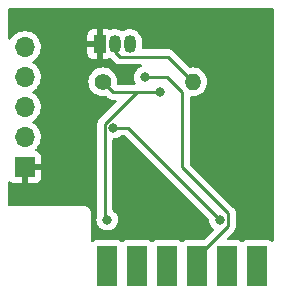
<source format=gbr>
%TF.GenerationSoftware,KiCad,Pcbnew,(6.0.1)*%
%TF.CreationDate,2022-02-07T09:31:49-05:00*%
%TF.ProjectId,hitsmodule,68697473-6d6f-4647-956c-652e6b696361,rev?*%
%TF.SameCoordinates,Original*%
%TF.FileFunction,Copper,L2,Bot*%
%TF.FilePolarity,Positive*%
%FSLAX46Y46*%
G04 Gerber Fmt 4.6, Leading zero omitted, Abs format (unit mm)*
G04 Created by KiCad (PCBNEW (6.0.1)) date 2022-02-07 09:31:49*
%MOMM*%
%LPD*%
G01*
G04 APERTURE LIST*
%TA.AperFunction,ComponentPad*%
%ADD10R,1.700000X3.390000*%
%TD*%
%TA.AperFunction,ComponentPad*%
%ADD11C,1.400000*%
%TD*%
%TA.AperFunction,ComponentPad*%
%ADD12O,1.400000X1.400000*%
%TD*%
%TA.AperFunction,ComponentPad*%
%ADD13R,1.700000X1.700000*%
%TD*%
%TA.AperFunction,ComponentPad*%
%ADD14O,1.700000X1.700000*%
%TD*%
%TA.AperFunction,ComponentPad*%
%ADD15R,1.050000X1.500000*%
%TD*%
%TA.AperFunction,ComponentPad*%
%ADD16O,1.050000X1.500000*%
%TD*%
%TA.AperFunction,ViaPad*%
%ADD17C,0.800000*%
%TD*%
%TA.AperFunction,Conductor*%
%ADD18C,0.250000*%
%TD*%
G04 APERTURE END LIST*
D10*
%TO.P,J2,6,Pin_6*%
%TO.N,OUT*%
X147320000Y-98531500D03*
%TO.P,J2,5,Pin_5*%
%TO.N,OKY1*%
X149860000Y-98531500D03*
%TO.P,J2,4,Pin_4*%
%TO.N,OKY2*%
X152400000Y-98531500D03*
%TO.P,J2,3,Pin_3*%
%TO.N,IO1*%
X154940000Y-98531500D03*
%TO.P,J2,2,Pin_2*%
%TO.N,GND*%
X157480000Y-98531500D03*
%TO.P,J2,1,Pin_1*%
%TO.N,+3V3*%
X160020000Y-98531500D03*
%TD*%
D11*
%TO.P,R1,1*%
%TO.N,OUT*%
X146939000Y-82931000D03*
D12*
%TO.P,R1,2*%
%TO.N,Net-(Q1-Pad2)*%
X154559000Y-82931000D03*
%TD*%
D13*
%TO.P,J1,1,Pin_1*%
%TO.N,GND*%
X140335000Y-90165000D03*
D14*
%TO.P,J1,2,Pin_2*%
%TO.N,nRST*%
X140335000Y-87625000D03*
%TO.P,J1,3,Pin_3*%
%TO.N,ICE_CLK*%
X140335000Y-85085000D03*
%TO.P,J1,4,Pin_4*%
%TO.N,ICE_DAT*%
X140335000Y-82545000D03*
%TO.P,J1,5,Pin_5*%
%TO.N,+3V3*%
X140335000Y-80005000D03*
%TD*%
D15*
%TO.P,Q1,1,E*%
%TO.N,GND*%
X146685000Y-79735000D03*
D16*
%TO.P,Q1,2,B*%
%TO.N,Net-(Q1-Pad2)*%
X147955000Y-79735000D03*
%TO.P,Q1,3,C*%
%TO.N,TOUT*%
X149225000Y-79735000D03*
%TD*%
D17*
%TO.N,GND*%
X148590000Y-88900000D03*
X159385000Y-94615000D03*
%TO.N,IO1*%
X150495000Y-82550000D03*
%TO.N,OUT*%
X147320000Y-94615000D03*
X151765000Y-83820000D03*
%TO.N,MISO*%
X156845000Y-94615000D03*
X147852342Y-86811551D03*
%TD*%
D18*
%TO.N,IO1*%
X153670000Y-83820000D02*
X153670000Y-90170000D01*
X153670000Y-90170000D02*
X157569511Y-94069511D01*
X157569511Y-95160489D02*
X154940000Y-97790000D01*
X152400000Y-82550000D02*
X153670000Y-83820000D01*
X150495000Y-82550000D02*
X152400000Y-82550000D01*
X157569511Y-94069511D02*
X157569511Y-95160489D01*
%TO.N,OUT*%
X147127831Y-94422831D02*
X147320000Y-94615000D01*
X149819279Y-83820000D02*
X147828000Y-83820000D01*
X149819279Y-83820000D02*
X147127831Y-86511448D01*
X151765000Y-83820000D02*
X150495000Y-83820000D01*
X151765000Y-83820000D02*
X149819279Y-83820000D01*
X147127831Y-86511448D02*
X147127831Y-94422831D01*
X147828000Y-83820000D02*
X146939000Y-82931000D01*
X150495000Y-83820000D02*
X149910000Y-83820000D01*
%TO.N,MISO*%
X147852342Y-86811551D02*
X149041551Y-86811551D01*
X149041551Y-86811551D02*
X156845000Y-94615000D01*
%TO.N,Net-(Q1-Pad2)*%
X152437520Y-80809520D02*
X148373520Y-80809520D01*
X154559000Y-82931000D02*
X152437520Y-80809520D01*
X147955000Y-80391000D02*
X147955000Y-79735000D01*
X148373520Y-80809520D02*
X147955000Y-80391000D01*
%TD*%
%TA.AperFunction,Conductor*%
%TO.N,GND*%
G36*
X161359121Y-76728002D02*
G01*
X161405614Y-76781658D01*
X161417000Y-76834000D01*
X161417000Y-96359053D01*
X161396998Y-96427174D01*
X161343342Y-96473667D01*
X161273068Y-96483771D01*
X161215435Y-96459879D01*
X161161557Y-96419500D01*
X161116705Y-96385885D01*
X160980316Y-96334755D01*
X160918134Y-96328000D01*
X159121866Y-96328000D01*
X159059684Y-96334755D01*
X158923295Y-96385885D01*
X158878443Y-96419500D01*
X158825148Y-96459442D01*
X158758642Y-96484290D01*
X158689259Y-96469237D01*
X158674018Y-96459442D01*
X158583649Y-96391714D01*
X158568054Y-96383176D01*
X158447606Y-96338022D01*
X158432351Y-96334395D01*
X158381486Y-96328869D01*
X158374672Y-96328500D01*
X157601594Y-96328501D01*
X157533473Y-96308499D01*
X157486980Y-96254843D01*
X157476876Y-96184569D01*
X157506369Y-96119989D01*
X157512499Y-96113406D01*
X157961764Y-95664141D01*
X157970050Y-95656601D01*
X157976529Y-95652489D01*
X158023155Y-95602837D01*
X158025909Y-95599996D01*
X158045646Y-95580259D01*
X158048126Y-95577062D01*
X158055831Y-95568040D01*
X158080670Y-95541589D01*
X158086097Y-95535810D01*
X158089916Y-95528864D01*
X158089918Y-95528861D01*
X158095859Y-95518055D01*
X158106710Y-95501536D01*
X158114269Y-95491790D01*
X158119125Y-95485530D01*
X158122270Y-95478261D01*
X158122273Y-95478257D01*
X158136685Y-95444952D01*
X158141902Y-95434302D01*
X158163206Y-95395549D01*
X158168244Y-95375926D01*
X158174648Y-95357223D01*
X158179544Y-95345909D01*
X158179544Y-95345908D01*
X158182692Y-95338634D01*
X158183931Y-95330811D01*
X158183934Y-95330801D01*
X158189610Y-95294965D01*
X158192016Y-95283345D01*
X158201039Y-95248200D01*
X158201039Y-95248199D01*
X158203011Y-95240519D01*
X158203011Y-95220265D01*
X158204562Y-95200554D01*
X158206491Y-95188375D01*
X158207731Y-95180546D01*
X158203570Y-95136527D01*
X158203011Y-95124670D01*
X158203011Y-94148274D01*
X158203538Y-94137090D01*
X158205212Y-94129602D01*
X158203073Y-94061543D01*
X158203011Y-94057586D01*
X158203011Y-94029655D01*
X158202505Y-94025649D01*
X158201572Y-94013803D01*
X158200784Y-93988702D01*
X158200184Y-93969621D01*
X158194533Y-93950169D01*
X158190525Y-93930817D01*
X158188978Y-93918574D01*
X158187985Y-93910714D01*
X158173327Y-93873691D01*
X158171711Y-93869608D01*
X158167866Y-93858381D01*
X158161350Y-93835955D01*
X158155529Y-93815918D01*
X158151495Y-93809096D01*
X158151492Y-93809090D01*
X158145217Y-93798479D01*
X158136521Y-93780729D01*
X158131983Y-93769267D01*
X158131980Y-93769262D01*
X158129063Y-93761894D01*
X158103084Y-93726136D01*
X158096568Y-93716218D01*
X158078086Y-93684968D01*
X158074053Y-93678148D01*
X158059729Y-93663824D01*
X158046887Y-93648789D01*
X158034983Y-93632404D01*
X158000917Y-93604222D01*
X157992138Y-93596233D01*
X154340405Y-89944500D01*
X154306379Y-89882188D01*
X154303500Y-89855405D01*
X154303500Y-84259268D01*
X154323502Y-84191147D01*
X154377158Y-84144654D01*
X154440482Y-84133747D01*
X154559000Y-84144116D01*
X154769655Y-84125686D01*
X154774968Y-84124262D01*
X154774970Y-84124262D01*
X154968600Y-84072379D01*
X154968602Y-84072378D01*
X154973910Y-84070956D01*
X155104785Y-84009928D01*
X155160577Y-83983912D01*
X155160580Y-83983910D01*
X155165558Y-83981589D01*
X155338776Y-83860301D01*
X155488301Y-83710776D01*
X155609589Y-83537558D01*
X155698956Y-83345910D01*
X155707986Y-83312212D01*
X155752262Y-83146970D01*
X155752262Y-83146968D01*
X155753686Y-83141655D01*
X155772116Y-82931000D01*
X155753686Y-82720345D01*
X155707604Y-82548365D01*
X155700379Y-82521400D01*
X155700378Y-82521398D01*
X155698956Y-82516090D01*
X155609589Y-82324442D01*
X155488301Y-82151224D01*
X155338776Y-82001699D01*
X155165558Y-81880411D01*
X155160580Y-81878090D01*
X155160577Y-81878088D01*
X154978892Y-81793367D01*
X154978891Y-81793366D01*
X154973910Y-81791044D01*
X154968602Y-81789622D01*
X154968600Y-81789621D01*
X154774970Y-81737738D01*
X154774968Y-81737738D01*
X154769655Y-81736314D01*
X154559000Y-81717884D01*
X154553525Y-81718363D01*
X154353816Y-81735835D01*
X154353812Y-81735836D01*
X154348345Y-81736314D01*
X154343039Y-81737736D01*
X154338439Y-81738547D01*
X154267879Y-81730679D01*
X154227462Y-81703557D01*
X152941172Y-80417267D01*
X152933632Y-80408981D01*
X152929520Y-80402502D01*
X152879868Y-80355876D01*
X152877027Y-80353122D01*
X152857290Y-80333385D01*
X152854093Y-80330905D01*
X152845071Y-80323200D01*
X152818620Y-80298361D01*
X152812841Y-80292934D01*
X152805895Y-80289115D01*
X152805892Y-80289113D01*
X152795086Y-80283172D01*
X152778567Y-80272321D01*
X152778103Y-80271961D01*
X152762561Y-80259906D01*
X152755292Y-80256761D01*
X152755288Y-80256758D01*
X152721983Y-80242346D01*
X152711333Y-80237129D01*
X152672580Y-80215825D01*
X152652957Y-80210787D01*
X152634254Y-80204383D01*
X152622940Y-80199487D01*
X152622939Y-80199487D01*
X152615665Y-80196339D01*
X152607842Y-80195100D01*
X152607832Y-80195097D01*
X152571996Y-80189421D01*
X152560376Y-80187015D01*
X152525231Y-80177992D01*
X152525230Y-80177992D01*
X152517550Y-80176020D01*
X152497296Y-80176020D01*
X152477585Y-80174469D01*
X152465406Y-80172540D01*
X152457577Y-80171300D01*
X152449685Y-80172046D01*
X152413559Y-80175461D01*
X152401701Y-80176020D01*
X150381719Y-80176020D01*
X150313598Y-80156018D01*
X150267105Y-80102362D01*
X150256504Y-80035973D01*
X150258108Y-80021678D01*
X150258108Y-80021677D01*
X150258500Y-80018183D01*
X150258500Y-79458996D01*
X150243723Y-79308287D01*
X150185142Y-79114258D01*
X150089990Y-78935302D01*
X149961890Y-78778237D01*
X149944846Y-78764137D01*
X149810472Y-78652973D01*
X149810469Y-78652971D01*
X149805722Y-78649044D01*
X149627435Y-78552644D01*
X149530628Y-78522677D01*
X149439707Y-78494532D01*
X149439704Y-78494531D01*
X149433820Y-78492710D01*
X149427695Y-78492066D01*
X149427694Y-78492066D01*
X149238378Y-78472168D01*
X149238377Y-78472168D01*
X149232250Y-78471524D01*
X149153709Y-78478672D01*
X149036543Y-78489335D01*
X149036540Y-78489336D01*
X149030404Y-78489894D01*
X149024498Y-78491632D01*
X149024494Y-78491633D01*
X148888442Y-78531676D01*
X148835971Y-78547119D01*
X148830514Y-78549972D01*
X148830511Y-78549973D01*
X148746163Y-78594069D01*
X148656540Y-78640923D01*
X148656538Y-78640923D01*
X148656355Y-78641019D01*
X148656337Y-78640984D01*
X148590559Y-78660889D01*
X148529591Y-78645729D01*
X148520815Y-78640984D01*
X148357435Y-78552644D01*
X148260628Y-78522677D01*
X148169707Y-78494532D01*
X148169704Y-78494531D01*
X148163820Y-78492710D01*
X148157695Y-78492066D01*
X148157694Y-78492066D01*
X147968378Y-78472168D01*
X147968377Y-78472168D01*
X147962250Y-78471524D01*
X147883709Y-78478672D01*
X147766543Y-78489335D01*
X147766540Y-78489336D01*
X147760404Y-78489894D01*
X147754498Y-78491632D01*
X147754494Y-78491633D01*
X147663188Y-78518506D01*
X147565971Y-78547119D01*
X147565771Y-78546441D01*
X147499727Y-78552956D01*
X147462677Y-78539680D01*
X147448063Y-78531679D01*
X147327606Y-78486522D01*
X147312351Y-78482895D01*
X147261486Y-78477369D01*
X147254672Y-78477000D01*
X146957115Y-78477000D01*
X146941876Y-78481475D01*
X146940671Y-78482865D01*
X146939000Y-78490548D01*
X146939000Y-79288758D01*
X146938215Y-79302803D01*
X146921500Y-79451817D01*
X146921500Y-80011004D01*
X146936277Y-80161713D01*
X146936968Y-80164002D01*
X146939000Y-80184724D01*
X146939000Y-80974884D01*
X146943475Y-80990123D01*
X146944865Y-80991328D01*
X146952548Y-80992999D01*
X147254669Y-80992999D01*
X147261490Y-80992629D01*
X147312352Y-80987105D01*
X147327604Y-80983479D01*
X147448056Y-80938323D01*
X147463466Y-80929886D01*
X147532823Y-80914716D01*
X147561238Y-80920041D01*
X147570412Y-80922881D01*
X147622246Y-80954150D01*
X147869863Y-81201767D01*
X147877407Y-81210057D01*
X147881520Y-81216538D01*
X147887297Y-81221963D01*
X147931187Y-81263178D01*
X147934029Y-81265933D01*
X147953751Y-81285655D01*
X147956875Y-81288078D01*
X147956879Y-81288082D01*
X147956944Y-81288132D01*
X147965965Y-81295837D01*
X147998199Y-81326106D01*
X148005147Y-81329925D01*
X148005149Y-81329927D01*
X148015952Y-81335866D01*
X148032479Y-81346722D01*
X148042218Y-81354277D01*
X148042220Y-81354278D01*
X148048480Y-81359134D01*
X148089060Y-81376694D01*
X148099708Y-81381911D01*
X148112818Y-81389118D01*
X148138460Y-81403215D01*
X148146136Y-81405186D01*
X148146139Y-81405187D01*
X148158082Y-81408253D01*
X148176787Y-81414657D01*
X148195375Y-81422701D01*
X148203198Y-81423940D01*
X148203208Y-81423943D01*
X148239044Y-81429619D01*
X148250664Y-81432025D01*
X148285809Y-81441048D01*
X148293490Y-81443020D01*
X148313744Y-81443020D01*
X148333454Y-81444571D01*
X148353463Y-81447740D01*
X148361355Y-81446994D01*
X148397481Y-81443579D01*
X148409339Y-81443020D01*
X150154902Y-81443020D01*
X150223023Y-81463022D01*
X150269516Y-81516678D01*
X150279620Y-81586952D01*
X150250126Y-81651532D01*
X150206151Y-81684127D01*
X150044278Y-81756197D01*
X150044276Y-81756198D01*
X150038248Y-81758882D01*
X150032907Y-81762762D01*
X150032906Y-81762763D01*
X149993981Y-81791044D01*
X149883747Y-81871134D01*
X149879326Y-81876044D01*
X149879325Y-81876045D01*
X149831669Y-81928973D01*
X149755960Y-82013056D01*
X149752659Y-82018774D01*
X149676189Y-82151224D01*
X149660473Y-82178444D01*
X149601458Y-82360072D01*
X149581496Y-82550000D01*
X149601458Y-82739928D01*
X149660473Y-82921556D01*
X149663776Y-82927278D01*
X149663777Y-82927279D01*
X149704319Y-82997500D01*
X149721057Y-83066496D01*
X149697836Y-83133587D01*
X149642029Y-83177474D01*
X149595200Y-83186500D01*
X148267268Y-83186500D01*
X148199147Y-83166498D01*
X148152654Y-83112842D01*
X148141747Y-83049518D01*
X148151637Y-82936475D01*
X148152116Y-82931000D01*
X148133686Y-82720345D01*
X148087604Y-82548365D01*
X148080379Y-82521400D01*
X148080378Y-82521398D01*
X148078956Y-82516090D01*
X147989589Y-82324442D01*
X147868301Y-82151224D01*
X147718776Y-82001699D01*
X147545558Y-81880411D01*
X147540580Y-81878090D01*
X147540577Y-81878088D01*
X147358892Y-81793367D01*
X147358891Y-81793366D01*
X147353910Y-81791044D01*
X147348602Y-81789622D01*
X147348600Y-81789621D01*
X147154970Y-81737738D01*
X147154968Y-81737738D01*
X147149655Y-81736314D01*
X146939000Y-81717884D01*
X146728345Y-81736314D01*
X146723032Y-81737738D01*
X146723030Y-81737738D01*
X146529400Y-81789621D01*
X146529398Y-81789622D01*
X146524090Y-81791044D01*
X146519109Y-81793366D01*
X146519108Y-81793367D01*
X146337423Y-81878088D01*
X146337420Y-81878090D01*
X146332442Y-81880411D01*
X146159224Y-82001699D01*
X146009699Y-82151224D01*
X145888411Y-82324442D01*
X145799044Y-82516090D01*
X145797622Y-82521398D01*
X145797621Y-82521400D01*
X145790396Y-82548365D01*
X145744314Y-82720345D01*
X145725884Y-82931000D01*
X145744314Y-83141655D01*
X145745738Y-83146968D01*
X145745738Y-83146970D01*
X145790015Y-83312212D01*
X145799044Y-83345910D01*
X145888411Y-83537558D01*
X146009699Y-83710776D01*
X146159224Y-83860301D01*
X146332442Y-83981589D01*
X146337420Y-83983910D01*
X146337423Y-83983912D01*
X146393215Y-84009928D01*
X146524090Y-84070956D01*
X146529398Y-84072378D01*
X146529400Y-84072379D01*
X146723030Y-84124262D01*
X146723032Y-84124262D01*
X146728345Y-84125686D01*
X146939000Y-84144116D01*
X146944475Y-84143637D01*
X147144184Y-84126165D01*
X147144188Y-84126164D01*
X147149655Y-84125686D01*
X147154961Y-84124264D01*
X147159561Y-84123453D01*
X147230121Y-84131321D01*
X147270538Y-84158443D01*
X147324348Y-84212253D01*
X147331888Y-84220539D01*
X147336000Y-84227018D01*
X147341777Y-84232443D01*
X147385651Y-84273643D01*
X147388493Y-84276398D01*
X147408230Y-84296135D01*
X147411427Y-84298615D01*
X147420447Y-84306318D01*
X147452679Y-84336586D01*
X147459625Y-84340405D01*
X147459628Y-84340407D01*
X147470434Y-84346348D01*
X147486953Y-84357199D01*
X147502959Y-84369614D01*
X147510228Y-84372759D01*
X147510232Y-84372762D01*
X147543537Y-84387174D01*
X147554187Y-84392391D01*
X147592940Y-84413695D01*
X147600615Y-84415666D01*
X147600616Y-84415666D01*
X147612562Y-84418733D01*
X147631266Y-84425137D01*
X147642019Y-84429790D01*
X147649855Y-84433181D01*
X147657678Y-84434420D01*
X147657688Y-84434423D01*
X147693524Y-84440099D01*
X147705144Y-84442505D01*
X147740289Y-84451528D01*
X147747970Y-84453500D01*
X147768224Y-84453500D01*
X147787934Y-84455051D01*
X147807943Y-84458220D01*
X147815835Y-84457474D01*
X147851961Y-84454059D01*
X147863819Y-84453500D01*
X147985684Y-84453500D01*
X148053805Y-84473502D01*
X148100298Y-84527158D01*
X148110402Y-84597432D01*
X148080908Y-84662012D01*
X148074779Y-84668595D01*
X146735578Y-86007796D01*
X146727292Y-86015336D01*
X146720813Y-86019448D01*
X146715388Y-86025225D01*
X146674188Y-86069099D01*
X146671433Y-86071941D01*
X146651696Y-86091678D01*
X146649216Y-86094875D01*
X146641513Y-86103895D01*
X146611245Y-86136127D01*
X146607426Y-86143073D01*
X146607424Y-86143076D01*
X146601483Y-86153882D01*
X146590632Y-86170401D01*
X146578217Y-86186407D01*
X146575072Y-86193676D01*
X146575069Y-86193680D01*
X146560657Y-86226985D01*
X146555440Y-86237635D01*
X146534136Y-86276388D01*
X146532165Y-86284063D01*
X146532165Y-86284064D01*
X146529098Y-86296010D01*
X146522694Y-86314714D01*
X146514650Y-86333303D01*
X146513411Y-86341126D01*
X146513408Y-86341136D01*
X146507732Y-86376972D01*
X146505326Y-86388592D01*
X146499697Y-86410519D01*
X146494331Y-86431418D01*
X146494331Y-86451672D01*
X146492780Y-86471382D01*
X146489611Y-86491391D01*
X146490357Y-86499283D01*
X146493772Y-86535409D01*
X146494331Y-86547267D01*
X146494331Y-94198464D01*
X146484815Y-94243230D01*
X146485473Y-94243444D01*
X146426458Y-94425072D01*
X146425768Y-94431633D01*
X146425768Y-94431635D01*
X146419887Y-94487587D01*
X146406496Y-94615000D01*
X146426458Y-94804928D01*
X146485473Y-94986556D01*
X146580960Y-95151944D01*
X146585378Y-95156851D01*
X146585379Y-95156852D01*
X146633546Y-95210347D01*
X146708747Y-95293866D01*
X146863248Y-95406118D01*
X146869276Y-95408802D01*
X146869278Y-95408803D01*
X147031681Y-95481109D01*
X147037712Y-95483794D01*
X147121181Y-95501536D01*
X147218056Y-95522128D01*
X147218061Y-95522128D01*
X147224513Y-95523500D01*
X147415487Y-95523500D01*
X147421939Y-95522128D01*
X147421944Y-95522128D01*
X147518819Y-95501536D01*
X147602288Y-95483794D01*
X147608319Y-95481109D01*
X147770722Y-95408803D01*
X147770724Y-95408802D01*
X147776752Y-95406118D01*
X147931253Y-95293866D01*
X148006454Y-95210347D01*
X148054621Y-95156852D01*
X148054622Y-95156851D01*
X148059040Y-95151944D01*
X148154527Y-94986556D01*
X148213542Y-94804928D01*
X148233504Y-94615000D01*
X148220113Y-94487587D01*
X148214232Y-94431635D01*
X148214232Y-94431633D01*
X148213542Y-94425072D01*
X148154527Y-94243444D01*
X148059040Y-94078056D01*
X148001187Y-94013803D01*
X147935675Y-93941045D01*
X147935674Y-93941044D01*
X147931253Y-93936134D01*
X147813270Y-93850414D01*
X147769916Y-93794192D01*
X147761331Y-93748478D01*
X147761331Y-87846051D01*
X147781333Y-87777930D01*
X147834989Y-87731437D01*
X147887331Y-87720051D01*
X147947829Y-87720051D01*
X147954281Y-87718679D01*
X147954286Y-87718679D01*
X148041230Y-87700198D01*
X148134630Y-87680345D01*
X148266471Y-87621646D01*
X148303064Y-87605354D01*
X148303066Y-87605353D01*
X148309094Y-87602669D01*
X148324199Y-87591695D01*
X148458256Y-87494296D01*
X148463595Y-87490417D01*
X148468010Y-87485514D01*
X148472922Y-87481091D01*
X148474047Y-87482340D01*
X148527356Y-87449500D01*
X148560542Y-87445051D01*
X148726957Y-87445051D01*
X148795078Y-87465053D01*
X148816052Y-87481956D01*
X155897878Y-94563782D01*
X155931904Y-94626094D01*
X155934092Y-94639703D01*
X155951458Y-94804928D01*
X156010473Y-94986556D01*
X156105960Y-95151944D01*
X156110378Y-95156851D01*
X156110379Y-95156852D01*
X156158546Y-95210347D01*
X156233747Y-95293866D01*
X156291909Y-95336123D01*
X156335262Y-95392344D01*
X156341338Y-95463080D01*
X156306942Y-95527153D01*
X155543000Y-96291095D01*
X155480688Y-96325121D01*
X155453905Y-96328000D01*
X154041866Y-96328000D01*
X153979684Y-96334755D01*
X153843295Y-96385885D01*
X153745565Y-96459130D01*
X153679059Y-96483978D01*
X153609676Y-96468925D01*
X153594435Y-96459130D01*
X153496705Y-96385885D01*
X153360316Y-96334755D01*
X153298134Y-96328000D01*
X151501866Y-96328000D01*
X151439684Y-96334755D01*
X151303295Y-96385885D01*
X151205565Y-96459130D01*
X151139059Y-96483978D01*
X151069676Y-96468925D01*
X151054435Y-96459130D01*
X150956705Y-96385885D01*
X150820316Y-96334755D01*
X150758134Y-96328000D01*
X148961866Y-96328000D01*
X148899684Y-96334755D01*
X148763295Y-96385885D01*
X148665565Y-96459130D01*
X148599059Y-96483978D01*
X148529676Y-96468925D01*
X148514435Y-96459130D01*
X148416705Y-96385885D01*
X148280316Y-96334755D01*
X148218134Y-96328000D01*
X146421866Y-96328000D01*
X146359684Y-96334755D01*
X146223295Y-96385885D01*
X146178443Y-96419500D01*
X146124565Y-96459879D01*
X146058059Y-96484727D01*
X145988676Y-96469674D01*
X145938446Y-96419500D01*
X145923000Y-96359053D01*
X145923000Y-93988702D01*
X145923002Y-93987932D01*
X145923421Y-93919322D01*
X145923476Y-93910348D01*
X145921010Y-93901719D01*
X145921009Y-93901714D01*
X145915361Y-93881952D01*
X145911783Y-93865191D01*
X145908870Y-93844848D01*
X145908867Y-93844838D01*
X145907595Y-93835955D01*
X145896979Y-93812605D01*
X145890536Y-93795093D01*
X145885954Y-93779063D01*
X145883488Y-93770435D01*
X145867726Y-93745452D01*
X145859596Y-93730386D01*
X145847367Y-93703490D01*
X145830626Y-93684061D01*
X145819521Y-93669053D01*
X145810630Y-93654961D01*
X145805840Y-93647369D01*
X145783703Y-93627818D01*
X145771659Y-93615626D01*
X145758239Y-93600051D01*
X145758237Y-93600050D01*
X145752381Y-93593253D01*
X145744853Y-93588374D01*
X145744850Y-93588371D01*
X145730861Y-93579304D01*
X145715987Y-93568014D01*
X145703502Y-93556988D01*
X145696772Y-93551044D01*
X145688646Y-93547229D01*
X145688645Y-93547228D01*
X145682979Y-93544568D01*
X145670034Y-93538490D01*
X145655065Y-93530176D01*
X145630273Y-93514107D01*
X145605709Y-93506761D01*
X145588264Y-93500099D01*
X145565052Y-93489201D01*
X145535870Y-93484657D01*
X145519151Y-93480874D01*
X145499464Y-93474986D01*
X145499461Y-93474985D01*
X145490859Y-93472413D01*
X145481884Y-93472358D01*
X145481883Y-93472358D01*
X145475190Y-93472317D01*
X145456444Y-93472203D01*
X145455672Y-93472170D01*
X145454577Y-93472000D01*
X145423702Y-93472000D01*
X145422932Y-93471998D01*
X145349284Y-93471548D01*
X145349283Y-93471548D01*
X145345348Y-93471524D01*
X145344004Y-93471908D01*
X145342659Y-93472000D01*
X139064000Y-93472000D01*
X138995879Y-93451998D01*
X138949386Y-93398342D01*
X138938000Y-93346000D01*
X138938000Y-91491822D01*
X138958002Y-91423701D01*
X139011658Y-91377208D01*
X139081932Y-91367104D01*
X139139565Y-91390996D01*
X139231351Y-91459786D01*
X139246946Y-91468324D01*
X139367394Y-91513478D01*
X139382649Y-91517105D01*
X139433514Y-91522631D01*
X139440328Y-91523000D01*
X140062885Y-91523000D01*
X140078124Y-91518525D01*
X140079329Y-91517135D01*
X140081000Y-91509452D01*
X140081000Y-91504884D01*
X140589000Y-91504884D01*
X140593475Y-91520123D01*
X140594865Y-91521328D01*
X140602548Y-91522999D01*
X141229669Y-91522999D01*
X141236490Y-91522629D01*
X141287352Y-91517105D01*
X141302604Y-91513479D01*
X141423054Y-91468324D01*
X141438649Y-91459786D01*
X141540724Y-91383285D01*
X141553285Y-91370724D01*
X141629786Y-91268649D01*
X141638324Y-91253054D01*
X141683478Y-91132606D01*
X141687105Y-91117351D01*
X141692631Y-91066486D01*
X141693000Y-91059672D01*
X141693000Y-90437115D01*
X141688525Y-90421876D01*
X141687135Y-90420671D01*
X141679452Y-90419000D01*
X140607115Y-90419000D01*
X140591876Y-90423475D01*
X140590671Y-90424865D01*
X140589000Y-90432548D01*
X140589000Y-91504884D01*
X140081000Y-91504884D01*
X140081000Y-90037000D01*
X140101002Y-89968879D01*
X140154658Y-89922386D01*
X140207000Y-89911000D01*
X141674884Y-89911000D01*
X141690123Y-89906525D01*
X141691328Y-89905135D01*
X141692999Y-89897452D01*
X141692999Y-89270331D01*
X141692629Y-89263510D01*
X141687105Y-89212648D01*
X141683479Y-89197396D01*
X141638324Y-89076946D01*
X141629786Y-89061351D01*
X141553285Y-88959276D01*
X141540724Y-88946715D01*
X141438649Y-88870214D01*
X141423054Y-88861676D01*
X141312813Y-88820348D01*
X141256049Y-88777706D01*
X141231349Y-88711145D01*
X141246557Y-88641796D01*
X141268104Y-88613115D01*
X141369430Y-88512144D01*
X141369440Y-88512132D01*
X141373096Y-88508489D01*
X141503453Y-88327077D01*
X141602430Y-88126811D01*
X141667370Y-87913069D01*
X141696529Y-87691590D01*
X141696804Y-87680345D01*
X141698074Y-87628365D01*
X141698074Y-87628361D01*
X141698156Y-87625000D01*
X141679852Y-87402361D01*
X141625431Y-87185702D01*
X141536354Y-86980840D01*
X141415014Y-86793277D01*
X141264670Y-86628051D01*
X141260619Y-86624852D01*
X141260615Y-86624848D01*
X141093414Y-86492800D01*
X141093410Y-86492798D01*
X141089359Y-86489598D01*
X141048053Y-86466796D01*
X140998084Y-86416364D01*
X140983312Y-86346921D01*
X141008428Y-86280516D01*
X141035780Y-86253909D01*
X141096845Y-86210352D01*
X141214860Y-86126173D01*
X141373096Y-85968489D01*
X141503453Y-85787077D01*
X141602430Y-85586811D01*
X141667370Y-85373069D01*
X141696529Y-85151590D01*
X141698156Y-85085000D01*
X141679852Y-84862361D01*
X141625431Y-84645702D01*
X141536354Y-84440840D01*
X141449329Y-84306320D01*
X141417822Y-84257617D01*
X141417820Y-84257614D01*
X141415014Y-84253277D01*
X141264670Y-84088051D01*
X141260619Y-84084852D01*
X141260615Y-84084848D01*
X141093414Y-83952800D01*
X141093410Y-83952798D01*
X141089359Y-83949598D01*
X141048053Y-83926796D01*
X140998084Y-83876364D01*
X140983312Y-83806921D01*
X141008428Y-83740516D01*
X141035780Y-83713909D01*
X141079603Y-83682650D01*
X141214860Y-83586173D01*
X141259125Y-83542063D01*
X141369435Y-83432137D01*
X141373096Y-83428489D01*
X141503453Y-83247077D01*
X141543278Y-83166498D01*
X141600136Y-83051453D01*
X141600137Y-83051451D01*
X141602430Y-83046811D01*
X141667370Y-82833069D01*
X141696529Y-82611590D01*
X141696611Y-82608240D01*
X141698074Y-82548365D01*
X141698074Y-82548361D01*
X141698156Y-82545000D01*
X141679852Y-82322361D01*
X141625431Y-82105702D01*
X141536354Y-81900840D01*
X141430839Y-81737738D01*
X141417822Y-81717617D01*
X141417820Y-81717614D01*
X141415014Y-81713277D01*
X141264670Y-81548051D01*
X141260619Y-81544852D01*
X141260615Y-81544848D01*
X141093414Y-81412800D01*
X141093410Y-81412798D01*
X141089359Y-81409598D01*
X141048053Y-81386796D01*
X140998084Y-81336364D01*
X140983312Y-81266921D01*
X141008428Y-81200516D01*
X141035780Y-81173909D01*
X141079603Y-81142650D01*
X141214860Y-81046173D01*
X141268590Y-80992631D01*
X141307205Y-80954150D01*
X141373096Y-80888489D01*
X141398393Y-80853285D01*
X141500435Y-80711277D01*
X141503453Y-80707077D01*
X141555087Y-80602604D01*
X141591133Y-80529669D01*
X145652001Y-80529669D01*
X145652371Y-80536490D01*
X145657895Y-80587352D01*
X145661521Y-80602604D01*
X145706676Y-80723054D01*
X145715214Y-80738649D01*
X145791715Y-80840724D01*
X145804276Y-80853285D01*
X145906351Y-80929786D01*
X145921946Y-80938324D01*
X146042394Y-80983478D01*
X146057649Y-80987105D01*
X146108514Y-80992631D01*
X146115328Y-80993000D01*
X146412885Y-80993000D01*
X146428124Y-80988525D01*
X146429329Y-80987135D01*
X146431000Y-80979452D01*
X146431000Y-80007115D01*
X146426525Y-79991876D01*
X146425135Y-79990671D01*
X146417452Y-79989000D01*
X145670116Y-79989000D01*
X145654877Y-79993475D01*
X145653672Y-79994865D01*
X145652001Y-80002548D01*
X145652001Y-80529669D01*
X141591133Y-80529669D01*
X141600136Y-80511453D01*
X141600137Y-80511451D01*
X141602430Y-80506811D01*
X141648695Y-80354536D01*
X141665865Y-80298023D01*
X141665865Y-80298021D01*
X141667370Y-80293069D01*
X141696529Y-80071590D01*
X141697920Y-80014659D01*
X141698074Y-80008365D01*
X141698074Y-80008361D01*
X141698156Y-80005000D01*
X141679852Y-79782361D01*
X141625431Y-79565702D01*
X141580725Y-79462885D01*
X145652000Y-79462885D01*
X145656475Y-79478124D01*
X145657865Y-79479329D01*
X145665548Y-79481000D01*
X146412885Y-79481000D01*
X146428124Y-79476525D01*
X146429329Y-79475135D01*
X146431000Y-79467452D01*
X146431000Y-78495116D01*
X146426525Y-78479877D01*
X146425135Y-78478672D01*
X146417452Y-78477001D01*
X146115331Y-78477001D01*
X146108510Y-78477371D01*
X146057648Y-78482895D01*
X146042396Y-78486521D01*
X145921946Y-78531676D01*
X145906351Y-78540214D01*
X145804276Y-78616715D01*
X145791715Y-78629276D01*
X145715214Y-78731351D01*
X145706676Y-78746946D01*
X145661522Y-78867394D01*
X145657895Y-78882649D01*
X145652369Y-78933514D01*
X145652000Y-78940328D01*
X145652000Y-79462885D01*
X141580725Y-79462885D01*
X141536354Y-79360840D01*
X141415014Y-79173277D01*
X141264670Y-79008051D01*
X141260619Y-79004852D01*
X141260615Y-79004848D01*
X141093414Y-78872800D01*
X141093410Y-78872798D01*
X141089359Y-78869598D01*
X140893789Y-78761638D01*
X140888920Y-78759914D01*
X140888916Y-78759912D01*
X140688087Y-78688795D01*
X140688083Y-78688794D01*
X140683212Y-78687069D01*
X140678119Y-78686162D01*
X140678116Y-78686161D01*
X140468373Y-78648800D01*
X140468367Y-78648799D01*
X140463284Y-78647894D01*
X140389452Y-78646992D01*
X140245081Y-78645228D01*
X140245079Y-78645228D01*
X140239911Y-78645165D01*
X140019091Y-78678955D01*
X139806756Y-78748357D01*
X139608607Y-78851507D01*
X139604474Y-78854610D01*
X139604471Y-78854612D01*
X139434100Y-78982530D01*
X139429965Y-78985635D01*
X139426393Y-78989373D01*
X139312248Y-79108819D01*
X139275629Y-79147138D01*
X139272715Y-79151410D01*
X139272714Y-79151411D01*
X139168088Y-79304787D01*
X139113177Y-79349790D01*
X139042652Y-79357961D01*
X138978905Y-79326707D01*
X138942175Y-79265950D01*
X138938000Y-79233783D01*
X138938000Y-76834000D01*
X138958002Y-76765879D01*
X139011658Y-76719386D01*
X139064000Y-76708000D01*
X161291000Y-76708000D01*
X161359121Y-76728002D01*
G37*
%TD.AperFunction*%
%TD*%
M02*

</source>
